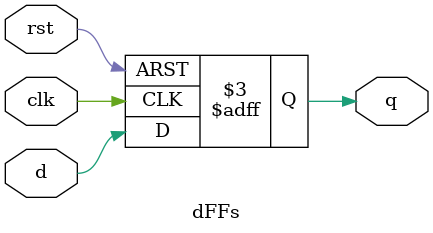
<source format=v>
`timescale 1ns / 1ps

module dFFs(
	input clk,
	input rst,
	input d,
	output reg q
    );
	 
	 always @(posedge clk or posedge rst) // asynch reset
	 begin
		if(rst == 1) begin
			q <= 0;
		end
		else begin
			q <= d;
		end
	end

endmodule

</source>
